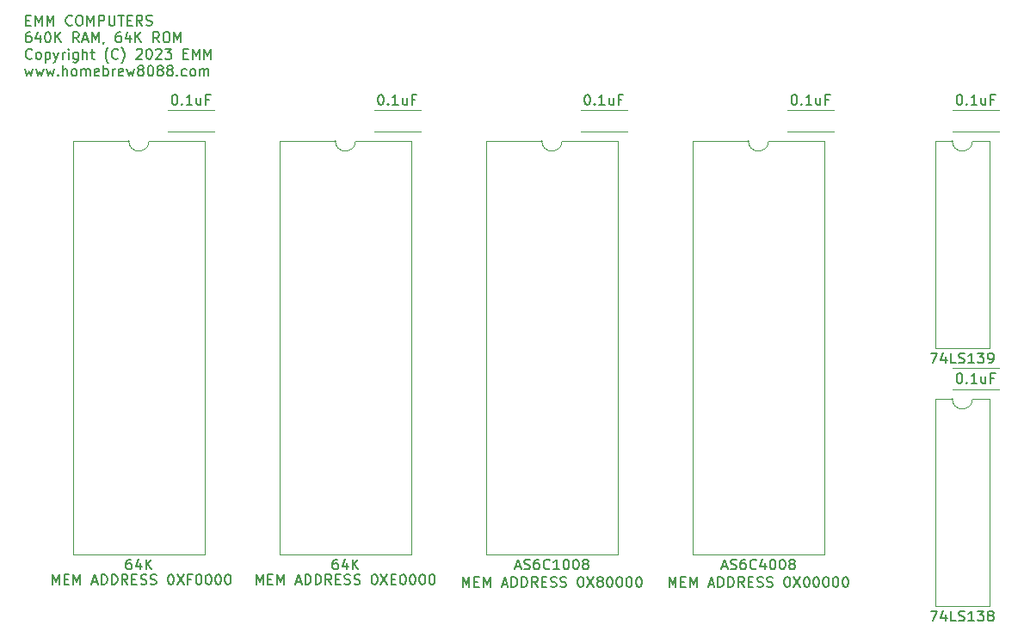
<source format=gbr>
G04 #@! TF.GenerationSoftware,KiCad,Pcbnew,(5.1.8)-1*
G04 #@! TF.CreationDate,2023-02-21T10:27:52-07:00*
G04 #@! TF.ProjectId,64K 640K ISA,36344b20-3634-4304-9b20-4953412e6b69,rev?*
G04 #@! TF.SameCoordinates,Original*
G04 #@! TF.FileFunction,Legend,Top*
G04 #@! TF.FilePolarity,Positive*
%FSLAX46Y46*%
G04 Gerber Fmt 4.6, Leading zero omitted, Abs format (unit mm)*
G04 Created by KiCad (PCBNEW (5.1.8)-1) date 2023-02-21 10:27:52*
%MOMM*%
%LPD*%
G01*
G04 APERTURE LIST*
%ADD10C,0.150000*%
%ADD11C,0.120000*%
G04 APERTURE END LIST*
D10*
X106038475Y-116250980D02*
X106038475Y-115250980D01*
X106371808Y-115965266D01*
X106705141Y-115250980D01*
X106705141Y-116250980D01*
X107181332Y-115727171D02*
X107514665Y-115727171D01*
X107657522Y-116250980D02*
X107181332Y-116250980D01*
X107181332Y-115250980D01*
X107657522Y-115250980D01*
X108086094Y-116250980D02*
X108086094Y-115250980D01*
X108419427Y-115965266D01*
X108752760Y-115250980D01*
X108752760Y-116250980D01*
X109943237Y-115965266D02*
X110419427Y-115965266D01*
X109847999Y-116250980D02*
X110181332Y-115250980D01*
X110514665Y-116250980D01*
X110847999Y-116250980D02*
X110847999Y-115250980D01*
X111086094Y-115250980D01*
X111228951Y-115298600D01*
X111324189Y-115393838D01*
X111371808Y-115489076D01*
X111419427Y-115679552D01*
X111419427Y-115822409D01*
X111371808Y-116012885D01*
X111324189Y-116108123D01*
X111228951Y-116203361D01*
X111086094Y-116250980D01*
X110847999Y-116250980D01*
X111847999Y-116250980D02*
X111847999Y-115250980D01*
X112086094Y-115250980D01*
X112228951Y-115298600D01*
X112324189Y-115393838D01*
X112371808Y-115489076D01*
X112419427Y-115679552D01*
X112419427Y-115822409D01*
X112371808Y-116012885D01*
X112324189Y-116108123D01*
X112228951Y-116203361D01*
X112086094Y-116250980D01*
X111847999Y-116250980D01*
X113419427Y-116250980D02*
X113086094Y-115774790D01*
X112847999Y-116250980D02*
X112847999Y-115250980D01*
X113228951Y-115250980D01*
X113324189Y-115298600D01*
X113371808Y-115346219D01*
X113419427Y-115441457D01*
X113419427Y-115584314D01*
X113371808Y-115679552D01*
X113324189Y-115727171D01*
X113228951Y-115774790D01*
X112847999Y-115774790D01*
X113847999Y-115727171D02*
X114181332Y-115727171D01*
X114324189Y-116250980D02*
X113847999Y-116250980D01*
X113847999Y-115250980D01*
X114324189Y-115250980D01*
X114705141Y-116203361D02*
X114847999Y-116250980D01*
X115086094Y-116250980D01*
X115181332Y-116203361D01*
X115228951Y-116155742D01*
X115276570Y-116060504D01*
X115276570Y-115965266D01*
X115228951Y-115870028D01*
X115181332Y-115822409D01*
X115086094Y-115774790D01*
X114895618Y-115727171D01*
X114800380Y-115679552D01*
X114752760Y-115631933D01*
X114705141Y-115536695D01*
X114705141Y-115441457D01*
X114752760Y-115346219D01*
X114800380Y-115298600D01*
X114895618Y-115250980D01*
X115133713Y-115250980D01*
X115276570Y-115298600D01*
X115657522Y-116203361D02*
X115800380Y-116250980D01*
X116038475Y-116250980D01*
X116133713Y-116203361D01*
X116181332Y-116155742D01*
X116228951Y-116060504D01*
X116228951Y-115965266D01*
X116181332Y-115870028D01*
X116133713Y-115822409D01*
X116038475Y-115774790D01*
X115847999Y-115727171D01*
X115752760Y-115679552D01*
X115705141Y-115631933D01*
X115657522Y-115536695D01*
X115657522Y-115441457D01*
X115705141Y-115346219D01*
X115752760Y-115298600D01*
X115847999Y-115250980D01*
X116086094Y-115250980D01*
X116228951Y-115298600D01*
X117609903Y-115250980D02*
X117705141Y-115250980D01*
X117800380Y-115298600D01*
X117847999Y-115346219D01*
X117895618Y-115441457D01*
X117943237Y-115631933D01*
X117943237Y-115870028D01*
X117895618Y-116060504D01*
X117847999Y-116155742D01*
X117800380Y-116203361D01*
X117705141Y-116250980D01*
X117609903Y-116250980D01*
X117514665Y-116203361D01*
X117467046Y-116155742D01*
X117419427Y-116060504D01*
X117371808Y-115870028D01*
X117371808Y-115631933D01*
X117419427Y-115441457D01*
X117467046Y-115346219D01*
X117514665Y-115298600D01*
X117609903Y-115250980D01*
X118276570Y-115250980D02*
X118943237Y-116250980D01*
X118943237Y-115250980D02*
X118276570Y-116250980D01*
X119324189Y-115727171D02*
X119657522Y-115727171D01*
X119800380Y-116250980D02*
X119324189Y-116250980D01*
X119324189Y-115250980D01*
X119800380Y-115250980D01*
X120419427Y-115250980D02*
X120514665Y-115250980D01*
X120609903Y-115298600D01*
X120657522Y-115346219D01*
X120705141Y-115441457D01*
X120752760Y-115631933D01*
X120752760Y-115870028D01*
X120705141Y-116060504D01*
X120657522Y-116155742D01*
X120609903Y-116203361D01*
X120514665Y-116250980D01*
X120419427Y-116250980D01*
X120324189Y-116203361D01*
X120276570Y-116155742D01*
X120228951Y-116060504D01*
X120181332Y-115870028D01*
X120181332Y-115631933D01*
X120228951Y-115441457D01*
X120276570Y-115346219D01*
X120324189Y-115298600D01*
X120419427Y-115250980D01*
X121371808Y-115250980D02*
X121467046Y-115250980D01*
X121562284Y-115298600D01*
X121609903Y-115346219D01*
X121657522Y-115441457D01*
X121705141Y-115631933D01*
X121705141Y-115870028D01*
X121657522Y-116060504D01*
X121609903Y-116155742D01*
X121562284Y-116203361D01*
X121467046Y-116250980D01*
X121371808Y-116250980D01*
X121276570Y-116203361D01*
X121228951Y-116155742D01*
X121181332Y-116060504D01*
X121133713Y-115870028D01*
X121133713Y-115631933D01*
X121181332Y-115441457D01*
X121228951Y-115346219D01*
X121276570Y-115298600D01*
X121371808Y-115250980D01*
X122324189Y-115250980D02*
X122419427Y-115250980D01*
X122514665Y-115298600D01*
X122562284Y-115346219D01*
X122609903Y-115441457D01*
X122657522Y-115631933D01*
X122657522Y-115870028D01*
X122609903Y-116060504D01*
X122562284Y-116155742D01*
X122514665Y-116203361D01*
X122419427Y-116250980D01*
X122324189Y-116250980D01*
X122228951Y-116203361D01*
X122181332Y-116155742D01*
X122133713Y-116060504D01*
X122086094Y-115870028D01*
X122086094Y-115631933D01*
X122133713Y-115441457D01*
X122181332Y-115346219D01*
X122228951Y-115298600D01*
X122324189Y-115250980D01*
X123276570Y-115250980D02*
X123371808Y-115250980D01*
X123467046Y-115298600D01*
X123514665Y-115346219D01*
X123562284Y-115441457D01*
X123609903Y-115631933D01*
X123609903Y-115870028D01*
X123562284Y-116060504D01*
X123514665Y-116155742D01*
X123467046Y-116203361D01*
X123371808Y-116250980D01*
X123276570Y-116250980D01*
X123181332Y-116203361D01*
X123133713Y-116155742D01*
X123086094Y-116060504D01*
X123038475Y-115870028D01*
X123038475Y-115631933D01*
X123086094Y-115441457D01*
X123133713Y-115346219D01*
X123181332Y-115298600D01*
X123276570Y-115250980D01*
X126334665Y-116504980D02*
X126334665Y-115504980D01*
X126667999Y-116219266D01*
X127001332Y-115504980D01*
X127001332Y-116504980D01*
X127477522Y-115981171D02*
X127810856Y-115981171D01*
X127953713Y-116504980D02*
X127477522Y-116504980D01*
X127477522Y-115504980D01*
X127953713Y-115504980D01*
X128382284Y-116504980D02*
X128382284Y-115504980D01*
X128715618Y-116219266D01*
X129048951Y-115504980D01*
X129048951Y-116504980D01*
X130239427Y-116219266D02*
X130715618Y-116219266D01*
X130144189Y-116504980D02*
X130477522Y-115504980D01*
X130810856Y-116504980D01*
X131144189Y-116504980D02*
X131144189Y-115504980D01*
X131382284Y-115504980D01*
X131525141Y-115552600D01*
X131620380Y-115647838D01*
X131667999Y-115743076D01*
X131715618Y-115933552D01*
X131715618Y-116076409D01*
X131667999Y-116266885D01*
X131620380Y-116362123D01*
X131525141Y-116457361D01*
X131382284Y-116504980D01*
X131144189Y-116504980D01*
X132144189Y-116504980D02*
X132144189Y-115504980D01*
X132382284Y-115504980D01*
X132525141Y-115552600D01*
X132620380Y-115647838D01*
X132667999Y-115743076D01*
X132715618Y-115933552D01*
X132715618Y-116076409D01*
X132667999Y-116266885D01*
X132620380Y-116362123D01*
X132525141Y-116457361D01*
X132382284Y-116504980D01*
X132144189Y-116504980D01*
X133715618Y-116504980D02*
X133382284Y-116028790D01*
X133144189Y-116504980D02*
X133144189Y-115504980D01*
X133525141Y-115504980D01*
X133620380Y-115552600D01*
X133667999Y-115600219D01*
X133715618Y-115695457D01*
X133715618Y-115838314D01*
X133667999Y-115933552D01*
X133620380Y-115981171D01*
X133525141Y-116028790D01*
X133144189Y-116028790D01*
X134144189Y-115981171D02*
X134477522Y-115981171D01*
X134620380Y-116504980D02*
X134144189Y-116504980D01*
X134144189Y-115504980D01*
X134620380Y-115504980D01*
X135001332Y-116457361D02*
X135144189Y-116504980D01*
X135382284Y-116504980D01*
X135477522Y-116457361D01*
X135525141Y-116409742D01*
X135572760Y-116314504D01*
X135572760Y-116219266D01*
X135525141Y-116124028D01*
X135477522Y-116076409D01*
X135382284Y-116028790D01*
X135191808Y-115981171D01*
X135096570Y-115933552D01*
X135048951Y-115885933D01*
X135001332Y-115790695D01*
X135001332Y-115695457D01*
X135048951Y-115600219D01*
X135096570Y-115552600D01*
X135191808Y-115504980D01*
X135429903Y-115504980D01*
X135572760Y-115552600D01*
X135953713Y-116457361D02*
X136096570Y-116504980D01*
X136334665Y-116504980D01*
X136429903Y-116457361D01*
X136477522Y-116409742D01*
X136525141Y-116314504D01*
X136525141Y-116219266D01*
X136477522Y-116124028D01*
X136429903Y-116076409D01*
X136334665Y-116028790D01*
X136144189Y-115981171D01*
X136048951Y-115933552D01*
X136001332Y-115885933D01*
X135953713Y-115790695D01*
X135953713Y-115695457D01*
X136001332Y-115600219D01*
X136048951Y-115552600D01*
X136144189Y-115504980D01*
X136382284Y-115504980D01*
X136525141Y-115552600D01*
X137906094Y-115504980D02*
X138001332Y-115504980D01*
X138096570Y-115552600D01*
X138144189Y-115600219D01*
X138191808Y-115695457D01*
X138239427Y-115885933D01*
X138239427Y-116124028D01*
X138191808Y-116314504D01*
X138144189Y-116409742D01*
X138096570Y-116457361D01*
X138001332Y-116504980D01*
X137906094Y-116504980D01*
X137810856Y-116457361D01*
X137763237Y-116409742D01*
X137715618Y-116314504D01*
X137667999Y-116124028D01*
X137667999Y-115885933D01*
X137715618Y-115695457D01*
X137763237Y-115600219D01*
X137810856Y-115552600D01*
X137906094Y-115504980D01*
X138572760Y-115504980D02*
X139239427Y-116504980D01*
X139239427Y-115504980D02*
X138572760Y-116504980D01*
X139763237Y-115933552D02*
X139667999Y-115885933D01*
X139620380Y-115838314D01*
X139572760Y-115743076D01*
X139572760Y-115695457D01*
X139620380Y-115600219D01*
X139667999Y-115552600D01*
X139763237Y-115504980D01*
X139953713Y-115504980D01*
X140048951Y-115552600D01*
X140096570Y-115600219D01*
X140144189Y-115695457D01*
X140144189Y-115743076D01*
X140096570Y-115838314D01*
X140048951Y-115885933D01*
X139953713Y-115933552D01*
X139763237Y-115933552D01*
X139667999Y-115981171D01*
X139620380Y-116028790D01*
X139572760Y-116124028D01*
X139572760Y-116314504D01*
X139620380Y-116409742D01*
X139667999Y-116457361D01*
X139763237Y-116504980D01*
X139953713Y-116504980D01*
X140048951Y-116457361D01*
X140096570Y-116409742D01*
X140144189Y-116314504D01*
X140144189Y-116124028D01*
X140096570Y-116028790D01*
X140048951Y-115981171D01*
X139953713Y-115933552D01*
X140763237Y-115504980D02*
X140858475Y-115504980D01*
X140953713Y-115552600D01*
X141001332Y-115600219D01*
X141048951Y-115695457D01*
X141096570Y-115885933D01*
X141096570Y-116124028D01*
X141048951Y-116314504D01*
X141001332Y-116409742D01*
X140953713Y-116457361D01*
X140858475Y-116504980D01*
X140763237Y-116504980D01*
X140667999Y-116457361D01*
X140620380Y-116409742D01*
X140572760Y-116314504D01*
X140525141Y-116124028D01*
X140525141Y-115885933D01*
X140572760Y-115695457D01*
X140620380Y-115600219D01*
X140667999Y-115552600D01*
X140763237Y-115504980D01*
X141715618Y-115504980D02*
X141810856Y-115504980D01*
X141906094Y-115552600D01*
X141953713Y-115600219D01*
X142001332Y-115695457D01*
X142048951Y-115885933D01*
X142048951Y-116124028D01*
X142001332Y-116314504D01*
X141953713Y-116409742D01*
X141906094Y-116457361D01*
X141810856Y-116504980D01*
X141715618Y-116504980D01*
X141620380Y-116457361D01*
X141572760Y-116409742D01*
X141525141Y-116314504D01*
X141477522Y-116124028D01*
X141477522Y-115885933D01*
X141525141Y-115695457D01*
X141572760Y-115600219D01*
X141620380Y-115552600D01*
X141715618Y-115504980D01*
X142667999Y-115504980D02*
X142763237Y-115504980D01*
X142858475Y-115552600D01*
X142906094Y-115600219D01*
X142953713Y-115695457D01*
X143001332Y-115885933D01*
X143001332Y-116124028D01*
X142953713Y-116314504D01*
X142906094Y-116409742D01*
X142858475Y-116457361D01*
X142763237Y-116504980D01*
X142667999Y-116504980D01*
X142572760Y-116457361D01*
X142525141Y-116409742D01*
X142477522Y-116314504D01*
X142429903Y-116124028D01*
X142429903Y-115885933D01*
X142477522Y-115695457D01*
X142525141Y-115600219D01*
X142572760Y-115552600D01*
X142667999Y-115504980D01*
X143620380Y-115504980D02*
X143715618Y-115504980D01*
X143810856Y-115552600D01*
X143858475Y-115600219D01*
X143906094Y-115695457D01*
X143953713Y-115885933D01*
X143953713Y-116124028D01*
X143906094Y-116314504D01*
X143858475Y-116409742D01*
X143810856Y-116457361D01*
X143715618Y-116504980D01*
X143620380Y-116504980D01*
X143525141Y-116457361D01*
X143477522Y-116409742D01*
X143429903Y-116314504D01*
X143382284Y-116124028D01*
X143382284Y-115885933D01*
X143429903Y-115695457D01*
X143477522Y-115600219D01*
X143525141Y-115552600D01*
X143620380Y-115504980D01*
X146654665Y-116504980D02*
X146654665Y-115504980D01*
X146987999Y-116219266D01*
X147321332Y-115504980D01*
X147321332Y-116504980D01*
X147797522Y-115981171D02*
X148130856Y-115981171D01*
X148273713Y-116504980D02*
X147797522Y-116504980D01*
X147797522Y-115504980D01*
X148273713Y-115504980D01*
X148702284Y-116504980D02*
X148702284Y-115504980D01*
X149035618Y-116219266D01*
X149368951Y-115504980D01*
X149368951Y-116504980D01*
X150559427Y-116219266D02*
X151035618Y-116219266D01*
X150464189Y-116504980D02*
X150797522Y-115504980D01*
X151130856Y-116504980D01*
X151464189Y-116504980D02*
X151464189Y-115504980D01*
X151702284Y-115504980D01*
X151845141Y-115552600D01*
X151940380Y-115647838D01*
X151987999Y-115743076D01*
X152035618Y-115933552D01*
X152035618Y-116076409D01*
X151987999Y-116266885D01*
X151940380Y-116362123D01*
X151845141Y-116457361D01*
X151702284Y-116504980D01*
X151464189Y-116504980D01*
X152464189Y-116504980D02*
X152464189Y-115504980D01*
X152702284Y-115504980D01*
X152845141Y-115552600D01*
X152940380Y-115647838D01*
X152987999Y-115743076D01*
X153035618Y-115933552D01*
X153035618Y-116076409D01*
X152987999Y-116266885D01*
X152940380Y-116362123D01*
X152845141Y-116457361D01*
X152702284Y-116504980D01*
X152464189Y-116504980D01*
X154035618Y-116504980D02*
X153702284Y-116028790D01*
X153464189Y-116504980D02*
X153464189Y-115504980D01*
X153845141Y-115504980D01*
X153940380Y-115552600D01*
X153987999Y-115600219D01*
X154035618Y-115695457D01*
X154035618Y-115838314D01*
X153987999Y-115933552D01*
X153940380Y-115981171D01*
X153845141Y-116028790D01*
X153464189Y-116028790D01*
X154464189Y-115981171D02*
X154797522Y-115981171D01*
X154940380Y-116504980D02*
X154464189Y-116504980D01*
X154464189Y-115504980D01*
X154940380Y-115504980D01*
X155321332Y-116457361D02*
X155464189Y-116504980D01*
X155702284Y-116504980D01*
X155797522Y-116457361D01*
X155845141Y-116409742D01*
X155892760Y-116314504D01*
X155892760Y-116219266D01*
X155845141Y-116124028D01*
X155797522Y-116076409D01*
X155702284Y-116028790D01*
X155511808Y-115981171D01*
X155416570Y-115933552D01*
X155368951Y-115885933D01*
X155321332Y-115790695D01*
X155321332Y-115695457D01*
X155368951Y-115600219D01*
X155416570Y-115552600D01*
X155511808Y-115504980D01*
X155749903Y-115504980D01*
X155892760Y-115552600D01*
X156273713Y-116457361D02*
X156416570Y-116504980D01*
X156654665Y-116504980D01*
X156749903Y-116457361D01*
X156797522Y-116409742D01*
X156845141Y-116314504D01*
X156845141Y-116219266D01*
X156797522Y-116124028D01*
X156749903Y-116076409D01*
X156654665Y-116028790D01*
X156464189Y-115981171D01*
X156368951Y-115933552D01*
X156321332Y-115885933D01*
X156273713Y-115790695D01*
X156273713Y-115695457D01*
X156321332Y-115600219D01*
X156368951Y-115552600D01*
X156464189Y-115504980D01*
X156702284Y-115504980D01*
X156845141Y-115552600D01*
X158226094Y-115504980D02*
X158321332Y-115504980D01*
X158416570Y-115552600D01*
X158464189Y-115600219D01*
X158511808Y-115695457D01*
X158559427Y-115885933D01*
X158559427Y-116124028D01*
X158511808Y-116314504D01*
X158464189Y-116409742D01*
X158416570Y-116457361D01*
X158321332Y-116504980D01*
X158226094Y-116504980D01*
X158130856Y-116457361D01*
X158083237Y-116409742D01*
X158035618Y-116314504D01*
X157987999Y-116124028D01*
X157987999Y-115885933D01*
X158035618Y-115695457D01*
X158083237Y-115600219D01*
X158130856Y-115552600D01*
X158226094Y-115504980D01*
X158892760Y-115504980D02*
X159559427Y-116504980D01*
X159559427Y-115504980D02*
X158892760Y-116504980D01*
X160130856Y-115504980D02*
X160226094Y-115504980D01*
X160321332Y-115552600D01*
X160368951Y-115600219D01*
X160416570Y-115695457D01*
X160464189Y-115885933D01*
X160464189Y-116124028D01*
X160416570Y-116314504D01*
X160368951Y-116409742D01*
X160321332Y-116457361D01*
X160226094Y-116504980D01*
X160130856Y-116504980D01*
X160035618Y-116457361D01*
X159987999Y-116409742D01*
X159940380Y-116314504D01*
X159892760Y-116124028D01*
X159892760Y-115885933D01*
X159940380Y-115695457D01*
X159987999Y-115600219D01*
X160035618Y-115552600D01*
X160130856Y-115504980D01*
X161083237Y-115504980D02*
X161178475Y-115504980D01*
X161273713Y-115552600D01*
X161321332Y-115600219D01*
X161368951Y-115695457D01*
X161416570Y-115885933D01*
X161416570Y-116124028D01*
X161368951Y-116314504D01*
X161321332Y-116409742D01*
X161273713Y-116457361D01*
X161178475Y-116504980D01*
X161083237Y-116504980D01*
X160987999Y-116457361D01*
X160940380Y-116409742D01*
X160892760Y-116314504D01*
X160845141Y-116124028D01*
X160845141Y-115885933D01*
X160892760Y-115695457D01*
X160940380Y-115600219D01*
X160987999Y-115552600D01*
X161083237Y-115504980D01*
X162035618Y-115504980D02*
X162130856Y-115504980D01*
X162226094Y-115552600D01*
X162273713Y-115600219D01*
X162321332Y-115695457D01*
X162368951Y-115885933D01*
X162368951Y-116124028D01*
X162321332Y-116314504D01*
X162273713Y-116409742D01*
X162226094Y-116457361D01*
X162130856Y-116504980D01*
X162035618Y-116504980D01*
X161940380Y-116457361D01*
X161892760Y-116409742D01*
X161845141Y-116314504D01*
X161797522Y-116124028D01*
X161797522Y-115885933D01*
X161845141Y-115695457D01*
X161892760Y-115600219D01*
X161940380Y-115552600D01*
X162035618Y-115504980D01*
X162987999Y-115504980D02*
X163083237Y-115504980D01*
X163178475Y-115552600D01*
X163226094Y-115600219D01*
X163273713Y-115695457D01*
X163321332Y-115885933D01*
X163321332Y-116124028D01*
X163273713Y-116314504D01*
X163226094Y-116409742D01*
X163178475Y-116457361D01*
X163083237Y-116504980D01*
X162987999Y-116504980D01*
X162892760Y-116457361D01*
X162845141Y-116409742D01*
X162797522Y-116314504D01*
X162749903Y-116124028D01*
X162749903Y-115885933D01*
X162797522Y-115695457D01*
X162845141Y-115600219D01*
X162892760Y-115552600D01*
X162987999Y-115504980D01*
X163940380Y-115504980D02*
X164035618Y-115504980D01*
X164130856Y-115552600D01*
X164178475Y-115600219D01*
X164226094Y-115695457D01*
X164273713Y-115885933D01*
X164273713Y-116124028D01*
X164226094Y-116314504D01*
X164178475Y-116409742D01*
X164130856Y-116457361D01*
X164035618Y-116504980D01*
X163940380Y-116504980D01*
X163845141Y-116457361D01*
X163797522Y-116409742D01*
X163749903Y-116314504D01*
X163702284Y-116124028D01*
X163702284Y-115885933D01*
X163749903Y-115695457D01*
X163797522Y-115600219D01*
X163845141Y-115552600D01*
X163940380Y-115504980D01*
X85996284Y-116250980D02*
X85996284Y-115250980D01*
X86329618Y-115965266D01*
X86662951Y-115250980D01*
X86662951Y-116250980D01*
X87139141Y-115727171D02*
X87472475Y-115727171D01*
X87615332Y-116250980D02*
X87139141Y-116250980D01*
X87139141Y-115250980D01*
X87615332Y-115250980D01*
X88043903Y-116250980D02*
X88043903Y-115250980D01*
X88377237Y-115965266D01*
X88710570Y-115250980D01*
X88710570Y-116250980D01*
X89901046Y-115965266D02*
X90377237Y-115965266D01*
X89805808Y-116250980D02*
X90139141Y-115250980D01*
X90472475Y-116250980D01*
X90805808Y-116250980D02*
X90805808Y-115250980D01*
X91043903Y-115250980D01*
X91186760Y-115298600D01*
X91281999Y-115393838D01*
X91329618Y-115489076D01*
X91377237Y-115679552D01*
X91377237Y-115822409D01*
X91329618Y-116012885D01*
X91281999Y-116108123D01*
X91186760Y-116203361D01*
X91043903Y-116250980D01*
X90805808Y-116250980D01*
X91805808Y-116250980D02*
X91805808Y-115250980D01*
X92043903Y-115250980D01*
X92186760Y-115298600D01*
X92281999Y-115393838D01*
X92329618Y-115489076D01*
X92377237Y-115679552D01*
X92377237Y-115822409D01*
X92329618Y-116012885D01*
X92281999Y-116108123D01*
X92186760Y-116203361D01*
X92043903Y-116250980D01*
X91805808Y-116250980D01*
X93377237Y-116250980D02*
X93043903Y-115774790D01*
X92805808Y-116250980D02*
X92805808Y-115250980D01*
X93186760Y-115250980D01*
X93281999Y-115298600D01*
X93329618Y-115346219D01*
X93377237Y-115441457D01*
X93377237Y-115584314D01*
X93329618Y-115679552D01*
X93281999Y-115727171D01*
X93186760Y-115774790D01*
X92805808Y-115774790D01*
X93805808Y-115727171D02*
X94139141Y-115727171D01*
X94281999Y-116250980D02*
X93805808Y-116250980D01*
X93805808Y-115250980D01*
X94281999Y-115250980D01*
X94662951Y-116203361D02*
X94805808Y-116250980D01*
X95043903Y-116250980D01*
X95139141Y-116203361D01*
X95186760Y-116155742D01*
X95234380Y-116060504D01*
X95234380Y-115965266D01*
X95186760Y-115870028D01*
X95139141Y-115822409D01*
X95043903Y-115774790D01*
X94853427Y-115727171D01*
X94758189Y-115679552D01*
X94710570Y-115631933D01*
X94662951Y-115536695D01*
X94662951Y-115441457D01*
X94710570Y-115346219D01*
X94758189Y-115298600D01*
X94853427Y-115250980D01*
X95091522Y-115250980D01*
X95234380Y-115298600D01*
X95615332Y-116203361D02*
X95758189Y-116250980D01*
X95996284Y-116250980D01*
X96091522Y-116203361D01*
X96139141Y-116155742D01*
X96186760Y-116060504D01*
X96186760Y-115965266D01*
X96139141Y-115870028D01*
X96091522Y-115822409D01*
X95996284Y-115774790D01*
X95805808Y-115727171D01*
X95710570Y-115679552D01*
X95662951Y-115631933D01*
X95615332Y-115536695D01*
X95615332Y-115441457D01*
X95662951Y-115346219D01*
X95710570Y-115298600D01*
X95805808Y-115250980D01*
X96043903Y-115250980D01*
X96186760Y-115298600D01*
X97567713Y-115250980D02*
X97662951Y-115250980D01*
X97758189Y-115298600D01*
X97805808Y-115346219D01*
X97853427Y-115441457D01*
X97901046Y-115631933D01*
X97901046Y-115870028D01*
X97853427Y-116060504D01*
X97805808Y-116155742D01*
X97758189Y-116203361D01*
X97662951Y-116250980D01*
X97567713Y-116250980D01*
X97472475Y-116203361D01*
X97424856Y-116155742D01*
X97377237Y-116060504D01*
X97329618Y-115870028D01*
X97329618Y-115631933D01*
X97377237Y-115441457D01*
X97424856Y-115346219D01*
X97472475Y-115298600D01*
X97567713Y-115250980D01*
X98234380Y-115250980D02*
X98901046Y-116250980D01*
X98901046Y-115250980D02*
X98234380Y-116250980D01*
X99615332Y-115727171D02*
X99281999Y-115727171D01*
X99281999Y-116250980D02*
X99281999Y-115250980D01*
X99758189Y-115250980D01*
X100329618Y-115250980D02*
X100424856Y-115250980D01*
X100520094Y-115298600D01*
X100567713Y-115346219D01*
X100615332Y-115441457D01*
X100662951Y-115631933D01*
X100662951Y-115870028D01*
X100615332Y-116060504D01*
X100567713Y-116155742D01*
X100520094Y-116203361D01*
X100424856Y-116250980D01*
X100329618Y-116250980D01*
X100234380Y-116203361D01*
X100186760Y-116155742D01*
X100139141Y-116060504D01*
X100091522Y-115870028D01*
X100091522Y-115631933D01*
X100139141Y-115441457D01*
X100186760Y-115346219D01*
X100234380Y-115298600D01*
X100329618Y-115250980D01*
X101281999Y-115250980D02*
X101377237Y-115250980D01*
X101472475Y-115298600D01*
X101520094Y-115346219D01*
X101567713Y-115441457D01*
X101615332Y-115631933D01*
X101615332Y-115870028D01*
X101567713Y-116060504D01*
X101520094Y-116155742D01*
X101472475Y-116203361D01*
X101377237Y-116250980D01*
X101281999Y-116250980D01*
X101186760Y-116203361D01*
X101139141Y-116155742D01*
X101091522Y-116060504D01*
X101043903Y-115870028D01*
X101043903Y-115631933D01*
X101091522Y-115441457D01*
X101139141Y-115346219D01*
X101186760Y-115298600D01*
X101281999Y-115250980D01*
X102234380Y-115250980D02*
X102329618Y-115250980D01*
X102424856Y-115298600D01*
X102472475Y-115346219D01*
X102520094Y-115441457D01*
X102567713Y-115631933D01*
X102567713Y-115870028D01*
X102520094Y-116060504D01*
X102472475Y-116155742D01*
X102424856Y-116203361D01*
X102329618Y-116250980D01*
X102234380Y-116250980D01*
X102139141Y-116203361D01*
X102091522Y-116155742D01*
X102043903Y-116060504D01*
X101996284Y-115870028D01*
X101996284Y-115631933D01*
X102043903Y-115441457D01*
X102091522Y-115346219D01*
X102139141Y-115298600D01*
X102234380Y-115250980D01*
X103186760Y-115250980D02*
X103281999Y-115250980D01*
X103377237Y-115298600D01*
X103424856Y-115346219D01*
X103472475Y-115441457D01*
X103520094Y-115631933D01*
X103520094Y-115870028D01*
X103472475Y-116060504D01*
X103424856Y-116155742D01*
X103377237Y-116203361D01*
X103281999Y-116250980D01*
X103186760Y-116250980D01*
X103091522Y-116203361D01*
X103043903Y-116155742D01*
X102996284Y-116060504D01*
X102948665Y-115870028D01*
X102948665Y-115631933D01*
X102996284Y-115441457D01*
X103043903Y-115346219D01*
X103091522Y-115298600D01*
X103186760Y-115250980D01*
X83385975Y-60674171D02*
X83719308Y-60674171D01*
X83862165Y-61197980D02*
X83385975Y-61197980D01*
X83385975Y-60197980D01*
X83862165Y-60197980D01*
X84290737Y-61197980D02*
X84290737Y-60197980D01*
X84624070Y-60912266D01*
X84957403Y-60197980D01*
X84957403Y-61197980D01*
X85433594Y-61197980D02*
X85433594Y-60197980D01*
X85766927Y-60912266D01*
X86100260Y-60197980D01*
X86100260Y-61197980D01*
X87909784Y-61102742D02*
X87862165Y-61150361D01*
X87719308Y-61197980D01*
X87624070Y-61197980D01*
X87481213Y-61150361D01*
X87385975Y-61055123D01*
X87338356Y-60959885D01*
X87290737Y-60769409D01*
X87290737Y-60626552D01*
X87338356Y-60436076D01*
X87385975Y-60340838D01*
X87481213Y-60245600D01*
X87624070Y-60197980D01*
X87719308Y-60197980D01*
X87862165Y-60245600D01*
X87909784Y-60293219D01*
X88528832Y-60197980D02*
X88719308Y-60197980D01*
X88814546Y-60245600D01*
X88909784Y-60340838D01*
X88957403Y-60531314D01*
X88957403Y-60864647D01*
X88909784Y-61055123D01*
X88814546Y-61150361D01*
X88719308Y-61197980D01*
X88528832Y-61197980D01*
X88433594Y-61150361D01*
X88338356Y-61055123D01*
X88290737Y-60864647D01*
X88290737Y-60531314D01*
X88338356Y-60340838D01*
X88433594Y-60245600D01*
X88528832Y-60197980D01*
X89385975Y-61197980D02*
X89385975Y-60197980D01*
X89719308Y-60912266D01*
X90052641Y-60197980D01*
X90052641Y-61197980D01*
X90528832Y-61197980D02*
X90528832Y-60197980D01*
X90909784Y-60197980D01*
X91005022Y-60245600D01*
X91052641Y-60293219D01*
X91100260Y-60388457D01*
X91100260Y-60531314D01*
X91052641Y-60626552D01*
X91005022Y-60674171D01*
X90909784Y-60721790D01*
X90528832Y-60721790D01*
X91528832Y-60197980D02*
X91528832Y-61007504D01*
X91576451Y-61102742D01*
X91624070Y-61150361D01*
X91719308Y-61197980D01*
X91909784Y-61197980D01*
X92005022Y-61150361D01*
X92052641Y-61102742D01*
X92100260Y-61007504D01*
X92100260Y-60197980D01*
X92433594Y-60197980D02*
X93005022Y-60197980D01*
X92719308Y-61197980D02*
X92719308Y-60197980D01*
X93338356Y-60674171D02*
X93671689Y-60674171D01*
X93814546Y-61197980D02*
X93338356Y-61197980D01*
X93338356Y-60197980D01*
X93814546Y-60197980D01*
X94814546Y-61197980D02*
X94481213Y-60721790D01*
X94243118Y-61197980D02*
X94243118Y-60197980D01*
X94624070Y-60197980D01*
X94719308Y-60245600D01*
X94766927Y-60293219D01*
X94814546Y-60388457D01*
X94814546Y-60531314D01*
X94766927Y-60626552D01*
X94719308Y-60674171D01*
X94624070Y-60721790D01*
X94243118Y-60721790D01*
X95195499Y-61150361D02*
X95338356Y-61197980D01*
X95576451Y-61197980D01*
X95671689Y-61150361D01*
X95719308Y-61102742D01*
X95766927Y-61007504D01*
X95766927Y-60912266D01*
X95719308Y-60817028D01*
X95671689Y-60769409D01*
X95576451Y-60721790D01*
X95385975Y-60674171D01*
X95290737Y-60626552D01*
X95243118Y-60578933D01*
X95195499Y-60483695D01*
X95195499Y-60388457D01*
X95243118Y-60293219D01*
X95290737Y-60245600D01*
X95385975Y-60197980D01*
X95624070Y-60197980D01*
X95766927Y-60245600D01*
X83814546Y-61847980D02*
X83624070Y-61847980D01*
X83528832Y-61895600D01*
X83481213Y-61943219D01*
X83385975Y-62086076D01*
X83338356Y-62276552D01*
X83338356Y-62657504D01*
X83385975Y-62752742D01*
X83433594Y-62800361D01*
X83528832Y-62847980D01*
X83719308Y-62847980D01*
X83814546Y-62800361D01*
X83862165Y-62752742D01*
X83909784Y-62657504D01*
X83909784Y-62419409D01*
X83862165Y-62324171D01*
X83814546Y-62276552D01*
X83719308Y-62228933D01*
X83528832Y-62228933D01*
X83433594Y-62276552D01*
X83385975Y-62324171D01*
X83338356Y-62419409D01*
X84766927Y-62181314D02*
X84766927Y-62847980D01*
X84528832Y-61800361D02*
X84290737Y-62514647D01*
X84909784Y-62514647D01*
X85481213Y-61847980D02*
X85576451Y-61847980D01*
X85671689Y-61895600D01*
X85719308Y-61943219D01*
X85766927Y-62038457D01*
X85814546Y-62228933D01*
X85814546Y-62467028D01*
X85766927Y-62657504D01*
X85719308Y-62752742D01*
X85671689Y-62800361D01*
X85576451Y-62847980D01*
X85481213Y-62847980D01*
X85385975Y-62800361D01*
X85338356Y-62752742D01*
X85290737Y-62657504D01*
X85243118Y-62467028D01*
X85243118Y-62228933D01*
X85290737Y-62038457D01*
X85338356Y-61943219D01*
X85385975Y-61895600D01*
X85481213Y-61847980D01*
X86243118Y-62847980D02*
X86243118Y-61847980D01*
X86814546Y-62847980D02*
X86385975Y-62276552D01*
X86814546Y-61847980D02*
X86243118Y-62419409D01*
X88576451Y-62847980D02*
X88243118Y-62371790D01*
X88005022Y-62847980D02*
X88005022Y-61847980D01*
X88385975Y-61847980D01*
X88481213Y-61895600D01*
X88528832Y-61943219D01*
X88576451Y-62038457D01*
X88576451Y-62181314D01*
X88528832Y-62276552D01*
X88481213Y-62324171D01*
X88385975Y-62371790D01*
X88005022Y-62371790D01*
X88957403Y-62562266D02*
X89433594Y-62562266D01*
X88862165Y-62847980D02*
X89195499Y-61847980D01*
X89528832Y-62847980D01*
X89862165Y-62847980D02*
X89862165Y-61847980D01*
X90195499Y-62562266D01*
X90528832Y-61847980D01*
X90528832Y-62847980D01*
X91052641Y-62800361D02*
X91052641Y-62847980D01*
X91005022Y-62943219D01*
X90957403Y-62990838D01*
X92671689Y-61847980D02*
X92481213Y-61847980D01*
X92385975Y-61895600D01*
X92338356Y-61943219D01*
X92243118Y-62086076D01*
X92195499Y-62276552D01*
X92195499Y-62657504D01*
X92243118Y-62752742D01*
X92290737Y-62800361D01*
X92385975Y-62847980D01*
X92576451Y-62847980D01*
X92671689Y-62800361D01*
X92719308Y-62752742D01*
X92766927Y-62657504D01*
X92766927Y-62419409D01*
X92719308Y-62324171D01*
X92671689Y-62276552D01*
X92576451Y-62228933D01*
X92385975Y-62228933D01*
X92290737Y-62276552D01*
X92243118Y-62324171D01*
X92195499Y-62419409D01*
X93624070Y-62181314D02*
X93624070Y-62847980D01*
X93385975Y-61800361D02*
X93147880Y-62514647D01*
X93766927Y-62514647D01*
X94147880Y-62847980D02*
X94147880Y-61847980D01*
X94719308Y-62847980D02*
X94290737Y-62276552D01*
X94719308Y-61847980D02*
X94147880Y-62419409D01*
X96481213Y-62847980D02*
X96147880Y-62371790D01*
X95909784Y-62847980D02*
X95909784Y-61847980D01*
X96290737Y-61847980D01*
X96385975Y-61895600D01*
X96433594Y-61943219D01*
X96481213Y-62038457D01*
X96481213Y-62181314D01*
X96433594Y-62276552D01*
X96385975Y-62324171D01*
X96290737Y-62371790D01*
X95909784Y-62371790D01*
X97100260Y-61847980D02*
X97290737Y-61847980D01*
X97385975Y-61895600D01*
X97481213Y-61990838D01*
X97528832Y-62181314D01*
X97528832Y-62514647D01*
X97481213Y-62705123D01*
X97385975Y-62800361D01*
X97290737Y-62847980D01*
X97100260Y-62847980D01*
X97005022Y-62800361D01*
X96909784Y-62705123D01*
X96862165Y-62514647D01*
X96862165Y-62181314D01*
X96909784Y-61990838D01*
X97005022Y-61895600D01*
X97100260Y-61847980D01*
X97957403Y-62847980D02*
X97957403Y-61847980D01*
X98290737Y-62562266D01*
X98624070Y-61847980D01*
X98624070Y-62847980D01*
X83957403Y-64402742D02*
X83909784Y-64450361D01*
X83766927Y-64497980D01*
X83671689Y-64497980D01*
X83528832Y-64450361D01*
X83433594Y-64355123D01*
X83385975Y-64259885D01*
X83338356Y-64069409D01*
X83338356Y-63926552D01*
X83385975Y-63736076D01*
X83433594Y-63640838D01*
X83528832Y-63545600D01*
X83671689Y-63497980D01*
X83766927Y-63497980D01*
X83909784Y-63545600D01*
X83957403Y-63593219D01*
X84528832Y-64497980D02*
X84433594Y-64450361D01*
X84385975Y-64402742D01*
X84338356Y-64307504D01*
X84338356Y-64021790D01*
X84385975Y-63926552D01*
X84433594Y-63878933D01*
X84528832Y-63831314D01*
X84671689Y-63831314D01*
X84766927Y-63878933D01*
X84814546Y-63926552D01*
X84862165Y-64021790D01*
X84862165Y-64307504D01*
X84814546Y-64402742D01*
X84766927Y-64450361D01*
X84671689Y-64497980D01*
X84528832Y-64497980D01*
X85290737Y-63831314D02*
X85290737Y-64831314D01*
X85290737Y-63878933D02*
X85385975Y-63831314D01*
X85576451Y-63831314D01*
X85671689Y-63878933D01*
X85719308Y-63926552D01*
X85766927Y-64021790D01*
X85766927Y-64307504D01*
X85719308Y-64402742D01*
X85671689Y-64450361D01*
X85576451Y-64497980D01*
X85385975Y-64497980D01*
X85290737Y-64450361D01*
X86100260Y-63831314D02*
X86338356Y-64497980D01*
X86576451Y-63831314D02*
X86338356Y-64497980D01*
X86243118Y-64736076D01*
X86195499Y-64783695D01*
X86100260Y-64831314D01*
X86957403Y-64497980D02*
X86957403Y-63831314D01*
X86957403Y-64021790D02*
X87005022Y-63926552D01*
X87052641Y-63878933D01*
X87147880Y-63831314D01*
X87243118Y-63831314D01*
X87576451Y-64497980D02*
X87576451Y-63831314D01*
X87576451Y-63497980D02*
X87528832Y-63545600D01*
X87576451Y-63593219D01*
X87624070Y-63545600D01*
X87576451Y-63497980D01*
X87576451Y-63593219D01*
X88481213Y-63831314D02*
X88481213Y-64640838D01*
X88433594Y-64736076D01*
X88385975Y-64783695D01*
X88290737Y-64831314D01*
X88147880Y-64831314D01*
X88052641Y-64783695D01*
X88481213Y-64450361D02*
X88385975Y-64497980D01*
X88195499Y-64497980D01*
X88100260Y-64450361D01*
X88052641Y-64402742D01*
X88005022Y-64307504D01*
X88005022Y-64021790D01*
X88052641Y-63926552D01*
X88100260Y-63878933D01*
X88195499Y-63831314D01*
X88385975Y-63831314D01*
X88481213Y-63878933D01*
X88957403Y-64497980D02*
X88957403Y-63497980D01*
X89385975Y-64497980D02*
X89385975Y-63974171D01*
X89338356Y-63878933D01*
X89243118Y-63831314D01*
X89100260Y-63831314D01*
X89005022Y-63878933D01*
X88957403Y-63926552D01*
X89719308Y-63831314D02*
X90100260Y-63831314D01*
X89862165Y-63497980D02*
X89862165Y-64355123D01*
X89909784Y-64450361D01*
X90005022Y-64497980D01*
X90100260Y-64497980D01*
X91481213Y-64878933D02*
X91433594Y-64831314D01*
X91338356Y-64688457D01*
X91290737Y-64593219D01*
X91243118Y-64450361D01*
X91195499Y-64212266D01*
X91195499Y-64021790D01*
X91243118Y-63783695D01*
X91290737Y-63640838D01*
X91338356Y-63545600D01*
X91433594Y-63402742D01*
X91481213Y-63355123D01*
X92433594Y-64402742D02*
X92385975Y-64450361D01*
X92243118Y-64497980D01*
X92147880Y-64497980D01*
X92005022Y-64450361D01*
X91909784Y-64355123D01*
X91862165Y-64259885D01*
X91814546Y-64069409D01*
X91814546Y-63926552D01*
X91862165Y-63736076D01*
X91909784Y-63640838D01*
X92005022Y-63545600D01*
X92147880Y-63497980D01*
X92243118Y-63497980D01*
X92385975Y-63545600D01*
X92433594Y-63593219D01*
X92766927Y-64878933D02*
X92814546Y-64831314D01*
X92909784Y-64688457D01*
X92957403Y-64593219D01*
X93005022Y-64450361D01*
X93052641Y-64212266D01*
X93052641Y-64021790D01*
X93005022Y-63783695D01*
X92957403Y-63640838D01*
X92909784Y-63545600D01*
X92814546Y-63402742D01*
X92766927Y-63355123D01*
X94243118Y-63593219D02*
X94290737Y-63545600D01*
X94385975Y-63497980D01*
X94624070Y-63497980D01*
X94719308Y-63545600D01*
X94766927Y-63593219D01*
X94814546Y-63688457D01*
X94814546Y-63783695D01*
X94766927Y-63926552D01*
X94195499Y-64497980D01*
X94814546Y-64497980D01*
X95433594Y-63497980D02*
X95528832Y-63497980D01*
X95624070Y-63545600D01*
X95671689Y-63593219D01*
X95719308Y-63688457D01*
X95766927Y-63878933D01*
X95766927Y-64117028D01*
X95719308Y-64307504D01*
X95671689Y-64402742D01*
X95624070Y-64450361D01*
X95528832Y-64497980D01*
X95433594Y-64497980D01*
X95338356Y-64450361D01*
X95290737Y-64402742D01*
X95243118Y-64307504D01*
X95195499Y-64117028D01*
X95195499Y-63878933D01*
X95243118Y-63688457D01*
X95290737Y-63593219D01*
X95338356Y-63545600D01*
X95433594Y-63497980D01*
X96147880Y-63593219D02*
X96195499Y-63545600D01*
X96290737Y-63497980D01*
X96528832Y-63497980D01*
X96624070Y-63545600D01*
X96671689Y-63593219D01*
X96719308Y-63688457D01*
X96719308Y-63783695D01*
X96671689Y-63926552D01*
X96100260Y-64497980D01*
X96719308Y-64497980D01*
X97052641Y-63497980D02*
X97671689Y-63497980D01*
X97338356Y-63878933D01*
X97481213Y-63878933D01*
X97576451Y-63926552D01*
X97624070Y-63974171D01*
X97671689Y-64069409D01*
X97671689Y-64307504D01*
X97624070Y-64402742D01*
X97576451Y-64450361D01*
X97481213Y-64497980D01*
X97195499Y-64497980D01*
X97100260Y-64450361D01*
X97052641Y-64402742D01*
X98862165Y-63974171D02*
X99195499Y-63974171D01*
X99338356Y-64497980D02*
X98862165Y-64497980D01*
X98862165Y-63497980D01*
X99338356Y-63497980D01*
X99766927Y-64497980D02*
X99766927Y-63497980D01*
X100100260Y-64212266D01*
X100433594Y-63497980D01*
X100433594Y-64497980D01*
X100909784Y-64497980D02*
X100909784Y-63497980D01*
X101243118Y-64212266D01*
X101576451Y-63497980D01*
X101576451Y-64497980D01*
X83290737Y-65481314D02*
X83481213Y-66147980D01*
X83671689Y-65671790D01*
X83862165Y-66147980D01*
X84052641Y-65481314D01*
X84338356Y-65481314D02*
X84528832Y-66147980D01*
X84719308Y-65671790D01*
X84909784Y-66147980D01*
X85100260Y-65481314D01*
X85385975Y-65481314D02*
X85576451Y-66147980D01*
X85766927Y-65671790D01*
X85957403Y-66147980D01*
X86147880Y-65481314D01*
X86528832Y-66052742D02*
X86576451Y-66100361D01*
X86528832Y-66147980D01*
X86481213Y-66100361D01*
X86528832Y-66052742D01*
X86528832Y-66147980D01*
X87005022Y-66147980D02*
X87005022Y-65147980D01*
X87433594Y-66147980D02*
X87433594Y-65624171D01*
X87385975Y-65528933D01*
X87290737Y-65481314D01*
X87147880Y-65481314D01*
X87052641Y-65528933D01*
X87005022Y-65576552D01*
X88052641Y-66147980D02*
X87957403Y-66100361D01*
X87909784Y-66052742D01*
X87862165Y-65957504D01*
X87862165Y-65671790D01*
X87909784Y-65576552D01*
X87957403Y-65528933D01*
X88052641Y-65481314D01*
X88195499Y-65481314D01*
X88290737Y-65528933D01*
X88338356Y-65576552D01*
X88385975Y-65671790D01*
X88385975Y-65957504D01*
X88338356Y-66052742D01*
X88290737Y-66100361D01*
X88195499Y-66147980D01*
X88052641Y-66147980D01*
X88814546Y-66147980D02*
X88814546Y-65481314D01*
X88814546Y-65576552D02*
X88862165Y-65528933D01*
X88957403Y-65481314D01*
X89100260Y-65481314D01*
X89195499Y-65528933D01*
X89243118Y-65624171D01*
X89243118Y-66147980D01*
X89243118Y-65624171D02*
X89290737Y-65528933D01*
X89385975Y-65481314D01*
X89528832Y-65481314D01*
X89624070Y-65528933D01*
X89671689Y-65624171D01*
X89671689Y-66147980D01*
X90528832Y-66100361D02*
X90433594Y-66147980D01*
X90243118Y-66147980D01*
X90147880Y-66100361D01*
X90100260Y-66005123D01*
X90100260Y-65624171D01*
X90147880Y-65528933D01*
X90243118Y-65481314D01*
X90433594Y-65481314D01*
X90528832Y-65528933D01*
X90576451Y-65624171D01*
X90576451Y-65719409D01*
X90100260Y-65814647D01*
X91005022Y-66147980D02*
X91005022Y-65147980D01*
X91005022Y-65528933D02*
X91100260Y-65481314D01*
X91290737Y-65481314D01*
X91385975Y-65528933D01*
X91433594Y-65576552D01*
X91481213Y-65671790D01*
X91481213Y-65957504D01*
X91433594Y-66052742D01*
X91385975Y-66100361D01*
X91290737Y-66147980D01*
X91100260Y-66147980D01*
X91005022Y-66100361D01*
X91909784Y-66147980D02*
X91909784Y-65481314D01*
X91909784Y-65671790D02*
X91957403Y-65576552D01*
X92005022Y-65528933D01*
X92100260Y-65481314D01*
X92195499Y-65481314D01*
X92909784Y-66100361D02*
X92814546Y-66147980D01*
X92624070Y-66147980D01*
X92528832Y-66100361D01*
X92481213Y-66005123D01*
X92481213Y-65624171D01*
X92528832Y-65528933D01*
X92624070Y-65481314D01*
X92814546Y-65481314D01*
X92909784Y-65528933D01*
X92957403Y-65624171D01*
X92957403Y-65719409D01*
X92481213Y-65814647D01*
X93290737Y-65481314D02*
X93481213Y-66147980D01*
X93671689Y-65671790D01*
X93862165Y-66147980D01*
X94052641Y-65481314D01*
X94576451Y-65576552D02*
X94481213Y-65528933D01*
X94433594Y-65481314D01*
X94385975Y-65386076D01*
X94385975Y-65338457D01*
X94433594Y-65243219D01*
X94481213Y-65195600D01*
X94576451Y-65147980D01*
X94766927Y-65147980D01*
X94862165Y-65195600D01*
X94909784Y-65243219D01*
X94957403Y-65338457D01*
X94957403Y-65386076D01*
X94909784Y-65481314D01*
X94862165Y-65528933D01*
X94766927Y-65576552D01*
X94576451Y-65576552D01*
X94481213Y-65624171D01*
X94433594Y-65671790D01*
X94385975Y-65767028D01*
X94385975Y-65957504D01*
X94433594Y-66052742D01*
X94481213Y-66100361D01*
X94576451Y-66147980D01*
X94766927Y-66147980D01*
X94862165Y-66100361D01*
X94909784Y-66052742D01*
X94957403Y-65957504D01*
X94957403Y-65767028D01*
X94909784Y-65671790D01*
X94862165Y-65624171D01*
X94766927Y-65576552D01*
X95576451Y-65147980D02*
X95671689Y-65147980D01*
X95766927Y-65195600D01*
X95814546Y-65243219D01*
X95862165Y-65338457D01*
X95909784Y-65528933D01*
X95909784Y-65767028D01*
X95862165Y-65957504D01*
X95814546Y-66052742D01*
X95766927Y-66100361D01*
X95671689Y-66147980D01*
X95576451Y-66147980D01*
X95481213Y-66100361D01*
X95433594Y-66052742D01*
X95385975Y-65957504D01*
X95338356Y-65767028D01*
X95338356Y-65528933D01*
X95385975Y-65338457D01*
X95433594Y-65243219D01*
X95481213Y-65195600D01*
X95576451Y-65147980D01*
X96481213Y-65576552D02*
X96385975Y-65528933D01*
X96338356Y-65481314D01*
X96290737Y-65386076D01*
X96290737Y-65338457D01*
X96338356Y-65243219D01*
X96385975Y-65195600D01*
X96481213Y-65147980D01*
X96671689Y-65147980D01*
X96766927Y-65195600D01*
X96814546Y-65243219D01*
X96862165Y-65338457D01*
X96862165Y-65386076D01*
X96814546Y-65481314D01*
X96766927Y-65528933D01*
X96671689Y-65576552D01*
X96481213Y-65576552D01*
X96385975Y-65624171D01*
X96338356Y-65671790D01*
X96290737Y-65767028D01*
X96290737Y-65957504D01*
X96338356Y-66052742D01*
X96385975Y-66100361D01*
X96481213Y-66147980D01*
X96671689Y-66147980D01*
X96766927Y-66100361D01*
X96814546Y-66052742D01*
X96862165Y-65957504D01*
X96862165Y-65767028D01*
X96814546Y-65671790D01*
X96766927Y-65624171D01*
X96671689Y-65576552D01*
X97433594Y-65576552D02*
X97338356Y-65528933D01*
X97290737Y-65481314D01*
X97243118Y-65386076D01*
X97243118Y-65338457D01*
X97290737Y-65243219D01*
X97338356Y-65195600D01*
X97433594Y-65147980D01*
X97624070Y-65147980D01*
X97719308Y-65195600D01*
X97766927Y-65243219D01*
X97814546Y-65338457D01*
X97814546Y-65386076D01*
X97766927Y-65481314D01*
X97719308Y-65528933D01*
X97624070Y-65576552D01*
X97433594Y-65576552D01*
X97338356Y-65624171D01*
X97290737Y-65671790D01*
X97243118Y-65767028D01*
X97243118Y-65957504D01*
X97290737Y-66052742D01*
X97338356Y-66100361D01*
X97433594Y-66147980D01*
X97624070Y-66147980D01*
X97719308Y-66100361D01*
X97766927Y-66052742D01*
X97814546Y-65957504D01*
X97814546Y-65767028D01*
X97766927Y-65671790D01*
X97719308Y-65624171D01*
X97624070Y-65576552D01*
X98243118Y-66052742D02*
X98290737Y-66100361D01*
X98243118Y-66147980D01*
X98195499Y-66100361D01*
X98243118Y-66052742D01*
X98243118Y-66147980D01*
X99147880Y-66100361D02*
X99052641Y-66147980D01*
X98862165Y-66147980D01*
X98766927Y-66100361D01*
X98719308Y-66052742D01*
X98671689Y-65957504D01*
X98671689Y-65671790D01*
X98719308Y-65576552D01*
X98766927Y-65528933D01*
X98862165Y-65481314D01*
X99052641Y-65481314D01*
X99147880Y-65528933D01*
X99719308Y-66147980D02*
X99624070Y-66100361D01*
X99576451Y-66052742D01*
X99528832Y-65957504D01*
X99528832Y-65671790D01*
X99576451Y-65576552D01*
X99624070Y-65528933D01*
X99719308Y-65481314D01*
X99862165Y-65481314D01*
X99957403Y-65528933D01*
X100005022Y-65576552D01*
X100052641Y-65671790D01*
X100052641Y-65957504D01*
X100005022Y-66052742D01*
X99957403Y-66100361D01*
X99862165Y-66147980D01*
X99719308Y-66147980D01*
X100481213Y-66147980D02*
X100481213Y-65481314D01*
X100481213Y-65576552D02*
X100528832Y-65528933D01*
X100624070Y-65481314D01*
X100766927Y-65481314D01*
X100862165Y-65528933D01*
X100909784Y-65624171D01*
X100909784Y-66147980D01*
X100909784Y-65624171D02*
X100957403Y-65528933D01*
X101052641Y-65481314D01*
X101195499Y-65481314D01*
X101290737Y-65528933D01*
X101338356Y-65624171D01*
X101338356Y-66147980D01*
D11*
G04 #@! TO.C,C2*
X122190380Y-71641600D02*
X122190380Y-71656600D01*
X122190380Y-69516600D02*
X122190380Y-69531600D01*
X117650380Y-71641600D02*
X117650380Y-71656600D01*
X117650380Y-69516600D02*
X117650380Y-69531600D01*
X117650380Y-71656600D02*
X122190380Y-71656600D01*
X117650380Y-69516600D02*
X122190380Y-69516600D01*
G04 #@! TO.C,U2*
X121260380Y-72558600D02*
X115800380Y-72558600D01*
X121260380Y-113318600D02*
X121260380Y-72558600D01*
X108340380Y-113318600D02*
X121260380Y-113318600D01*
X108340380Y-72558600D02*
X108340380Y-113318600D01*
X113800380Y-72558600D02*
X108340380Y-72558600D01*
X115800380Y-72558600D02*
G75*
G02*
X113800380Y-72558600I-1000000J0D01*
G01*
G04 #@! TO.C,U1*
X93480380Y-72558600D02*
X88020380Y-72558600D01*
X88020380Y-72558600D02*
X88020380Y-113318600D01*
X88020380Y-113318600D02*
X100940380Y-113318600D01*
X100940380Y-113318600D02*
X100940380Y-72558600D01*
X100940380Y-72558600D02*
X95480380Y-72558600D01*
X95480380Y-72558600D02*
G75*
G02*
X93480380Y-72558600I-1000000J0D01*
G01*
G04 #@! TO.C,C1*
X97330380Y-69516600D02*
X101870380Y-69516600D01*
X97330380Y-71656600D02*
X101870380Y-71656600D01*
X97330380Y-69516600D02*
X97330380Y-69531600D01*
X97330380Y-71641600D02*
X97330380Y-71656600D01*
X101870380Y-69516600D02*
X101870380Y-69531600D01*
X101870380Y-71641600D02*
X101870380Y-71656600D01*
G04 #@! TO.C,U3*
X141580380Y-72558600D02*
X136120380Y-72558600D01*
X141580380Y-113318600D02*
X141580380Y-72558600D01*
X128660380Y-113318600D02*
X141580380Y-113318600D01*
X128660380Y-72558600D02*
X128660380Y-113318600D01*
X134120380Y-72558600D02*
X128660380Y-72558600D01*
X136120380Y-72558600D02*
G75*
G02*
X134120380Y-72558600I-1000000J0D01*
G01*
G04 #@! TO.C,U4*
X161900380Y-72558600D02*
X156440380Y-72558600D01*
X161900380Y-113318600D02*
X161900380Y-72558600D01*
X148980380Y-113318600D02*
X161900380Y-113318600D01*
X148980380Y-72558600D02*
X148980380Y-113318600D01*
X154440380Y-72558600D02*
X148980380Y-72558600D01*
X156440380Y-72558600D02*
G75*
G02*
X154440380Y-72558600I-1000000J0D01*
G01*
G04 #@! TO.C,C6*
X179086380Y-97041600D02*
X179086380Y-97056600D01*
X179086380Y-94916600D02*
X179086380Y-94931600D01*
X174546380Y-97041600D02*
X174546380Y-97056600D01*
X174546380Y-94916600D02*
X174546380Y-94931600D01*
X174546380Y-97056600D02*
X179086380Y-97056600D01*
X174546380Y-94916600D02*
X179086380Y-94916600D01*
G04 #@! TO.C,C3*
X142510380Y-71641600D02*
X142510380Y-71656600D01*
X142510380Y-69516600D02*
X142510380Y-69531600D01*
X137970380Y-71641600D02*
X137970380Y-71656600D01*
X137970380Y-69516600D02*
X137970380Y-69531600D01*
X137970380Y-71656600D02*
X142510380Y-71656600D01*
X137970380Y-69516600D02*
X142510380Y-69516600D01*
G04 #@! TO.C,U6*
X174506380Y-97958600D02*
X172856380Y-97958600D01*
X172856380Y-97958600D02*
X172856380Y-118398600D01*
X172856380Y-118398600D02*
X178156380Y-118398600D01*
X178156380Y-118398600D02*
X178156380Y-97958600D01*
X178156380Y-97958600D02*
X176506380Y-97958600D01*
X176506380Y-97958600D02*
G75*
G02*
X174506380Y-97958600I-1000000J0D01*
G01*
G04 #@! TO.C,U5*
X174506380Y-72558600D02*
X172856380Y-72558600D01*
X172856380Y-72558600D02*
X172856380Y-92998600D01*
X172856380Y-92998600D02*
X178156380Y-92998600D01*
X178156380Y-92998600D02*
X178156380Y-72558600D01*
X178156380Y-72558600D02*
X176506380Y-72558600D01*
X176506380Y-72558600D02*
G75*
G02*
X174506380Y-72558600I-1000000J0D01*
G01*
G04 #@! TO.C,C5*
X174546380Y-69516600D02*
X179086380Y-69516600D01*
X174546380Y-71656600D02*
X179086380Y-71656600D01*
X174546380Y-69516600D02*
X174546380Y-69531600D01*
X174546380Y-71641600D02*
X174546380Y-71656600D01*
X179086380Y-69516600D02*
X179086380Y-69531600D01*
X179086380Y-71641600D02*
X179086380Y-71656600D01*
G04 #@! TO.C,C4*
X158290380Y-69516600D02*
X162830380Y-69516600D01*
X158290380Y-71656600D02*
X162830380Y-71656600D01*
X158290380Y-69516600D02*
X158290380Y-69531600D01*
X158290380Y-71641600D02*
X158290380Y-71656600D01*
X162830380Y-69516600D02*
X162830380Y-69531600D01*
X162830380Y-71641600D02*
X162830380Y-71656600D01*
G04 #@! TO.C,C2*
D10*
X118237522Y-68006980D02*
X118332760Y-68006980D01*
X118427999Y-68054600D01*
X118475618Y-68102219D01*
X118523237Y-68197457D01*
X118570856Y-68387933D01*
X118570856Y-68626028D01*
X118523237Y-68816504D01*
X118475618Y-68911742D01*
X118427999Y-68959361D01*
X118332760Y-69006980D01*
X118237522Y-69006980D01*
X118142284Y-68959361D01*
X118094665Y-68911742D01*
X118047046Y-68816504D01*
X117999427Y-68626028D01*
X117999427Y-68387933D01*
X118047046Y-68197457D01*
X118094665Y-68102219D01*
X118142284Y-68054600D01*
X118237522Y-68006980D01*
X118999427Y-68911742D02*
X119047046Y-68959361D01*
X118999427Y-69006980D01*
X118951808Y-68959361D01*
X118999427Y-68911742D01*
X118999427Y-69006980D01*
X119999427Y-69006980D02*
X119427999Y-69006980D01*
X119713713Y-69006980D02*
X119713713Y-68006980D01*
X119618475Y-68149838D01*
X119523237Y-68245076D01*
X119427999Y-68292695D01*
X120856570Y-68340314D02*
X120856570Y-69006980D01*
X120427999Y-68340314D02*
X120427999Y-68864123D01*
X120475618Y-68959361D01*
X120570856Y-69006980D01*
X120713713Y-69006980D01*
X120808951Y-68959361D01*
X120856570Y-68911742D01*
X121666094Y-68483171D02*
X121332760Y-68483171D01*
X121332760Y-69006980D02*
X121332760Y-68006980D01*
X121808951Y-68006980D01*
G04 #@! TO.C,U2*
X114014665Y-113770980D02*
X113824189Y-113770980D01*
X113728951Y-113818600D01*
X113681332Y-113866219D01*
X113586094Y-114009076D01*
X113538475Y-114199552D01*
X113538475Y-114580504D01*
X113586094Y-114675742D01*
X113633713Y-114723361D01*
X113728951Y-114770980D01*
X113919427Y-114770980D01*
X114014665Y-114723361D01*
X114062284Y-114675742D01*
X114109903Y-114580504D01*
X114109903Y-114342409D01*
X114062284Y-114247171D01*
X114014665Y-114199552D01*
X113919427Y-114151933D01*
X113728951Y-114151933D01*
X113633713Y-114199552D01*
X113586094Y-114247171D01*
X113538475Y-114342409D01*
X114967046Y-114104314D02*
X114967046Y-114770980D01*
X114728951Y-113723361D02*
X114490856Y-114437647D01*
X115109903Y-114437647D01*
X115490856Y-114770980D02*
X115490856Y-113770980D01*
X116062284Y-114770980D02*
X115633713Y-114199552D01*
X116062284Y-113770980D02*
X115490856Y-114342409D01*
G04 #@! TO.C,U1*
X93694665Y-113770980D02*
X93504189Y-113770980D01*
X93408951Y-113818600D01*
X93361332Y-113866219D01*
X93266094Y-114009076D01*
X93218475Y-114199552D01*
X93218475Y-114580504D01*
X93266094Y-114675742D01*
X93313713Y-114723361D01*
X93408951Y-114770980D01*
X93599427Y-114770980D01*
X93694665Y-114723361D01*
X93742284Y-114675742D01*
X93789903Y-114580504D01*
X93789903Y-114342409D01*
X93742284Y-114247171D01*
X93694665Y-114199552D01*
X93599427Y-114151933D01*
X93408951Y-114151933D01*
X93313713Y-114199552D01*
X93266094Y-114247171D01*
X93218475Y-114342409D01*
X94647046Y-114104314D02*
X94647046Y-114770980D01*
X94408951Y-113723361D02*
X94170856Y-114437647D01*
X94789903Y-114437647D01*
X95170856Y-114770980D02*
X95170856Y-113770980D01*
X95742284Y-114770980D02*
X95313713Y-114199552D01*
X95742284Y-113770980D02*
X95170856Y-114342409D01*
G04 #@! TO.C,C1*
X97957522Y-68006980D02*
X98052760Y-68006980D01*
X98147999Y-68054600D01*
X98195618Y-68102219D01*
X98243237Y-68197457D01*
X98290856Y-68387933D01*
X98290856Y-68626028D01*
X98243237Y-68816504D01*
X98195618Y-68911742D01*
X98147999Y-68959361D01*
X98052760Y-69006980D01*
X97957522Y-69006980D01*
X97862284Y-68959361D01*
X97814665Y-68911742D01*
X97767046Y-68816504D01*
X97719427Y-68626028D01*
X97719427Y-68387933D01*
X97767046Y-68197457D01*
X97814665Y-68102219D01*
X97862284Y-68054600D01*
X97957522Y-68006980D01*
X98719427Y-68911742D02*
X98767046Y-68959361D01*
X98719427Y-69006980D01*
X98671808Y-68959361D01*
X98719427Y-68911742D01*
X98719427Y-69006980D01*
X99719427Y-69006980D02*
X99147999Y-69006980D01*
X99433713Y-69006980D02*
X99433713Y-68006980D01*
X99338475Y-68149838D01*
X99243237Y-68245076D01*
X99147999Y-68292695D01*
X100576570Y-68340314D02*
X100576570Y-69006980D01*
X100147999Y-68340314D02*
X100147999Y-68864123D01*
X100195618Y-68959361D01*
X100290856Y-69006980D01*
X100433713Y-69006980D01*
X100528951Y-68959361D01*
X100576570Y-68911742D01*
X101386094Y-68483171D02*
X101052760Y-68483171D01*
X101052760Y-69006980D02*
X101052760Y-68006980D01*
X101528951Y-68006980D01*
G04 #@! TO.C,U3*
X131525141Y-114485266D02*
X132001332Y-114485266D01*
X131429903Y-114770980D02*
X131763237Y-113770980D01*
X132096570Y-114770980D01*
X132382284Y-114723361D02*
X132525141Y-114770980D01*
X132763237Y-114770980D01*
X132858475Y-114723361D01*
X132906094Y-114675742D01*
X132953713Y-114580504D01*
X132953713Y-114485266D01*
X132906094Y-114390028D01*
X132858475Y-114342409D01*
X132763237Y-114294790D01*
X132572760Y-114247171D01*
X132477522Y-114199552D01*
X132429903Y-114151933D01*
X132382284Y-114056695D01*
X132382284Y-113961457D01*
X132429903Y-113866219D01*
X132477522Y-113818600D01*
X132572760Y-113770980D01*
X132810856Y-113770980D01*
X132953713Y-113818600D01*
X133810856Y-113770980D02*
X133620380Y-113770980D01*
X133525141Y-113818600D01*
X133477522Y-113866219D01*
X133382284Y-114009076D01*
X133334665Y-114199552D01*
X133334665Y-114580504D01*
X133382284Y-114675742D01*
X133429903Y-114723361D01*
X133525141Y-114770980D01*
X133715618Y-114770980D01*
X133810856Y-114723361D01*
X133858475Y-114675742D01*
X133906094Y-114580504D01*
X133906094Y-114342409D01*
X133858475Y-114247171D01*
X133810856Y-114199552D01*
X133715618Y-114151933D01*
X133525141Y-114151933D01*
X133429903Y-114199552D01*
X133382284Y-114247171D01*
X133334665Y-114342409D01*
X134906094Y-114675742D02*
X134858475Y-114723361D01*
X134715618Y-114770980D01*
X134620380Y-114770980D01*
X134477522Y-114723361D01*
X134382284Y-114628123D01*
X134334665Y-114532885D01*
X134287046Y-114342409D01*
X134287046Y-114199552D01*
X134334665Y-114009076D01*
X134382284Y-113913838D01*
X134477522Y-113818600D01*
X134620380Y-113770980D01*
X134715618Y-113770980D01*
X134858475Y-113818600D01*
X134906094Y-113866219D01*
X135858475Y-114770980D02*
X135287046Y-114770980D01*
X135572760Y-114770980D02*
X135572760Y-113770980D01*
X135477522Y-113913838D01*
X135382284Y-114009076D01*
X135287046Y-114056695D01*
X136477522Y-113770980D02*
X136572760Y-113770980D01*
X136667999Y-113818600D01*
X136715618Y-113866219D01*
X136763237Y-113961457D01*
X136810856Y-114151933D01*
X136810856Y-114390028D01*
X136763237Y-114580504D01*
X136715618Y-114675742D01*
X136667999Y-114723361D01*
X136572760Y-114770980D01*
X136477522Y-114770980D01*
X136382284Y-114723361D01*
X136334665Y-114675742D01*
X136287046Y-114580504D01*
X136239427Y-114390028D01*
X136239427Y-114151933D01*
X136287046Y-113961457D01*
X136334665Y-113866219D01*
X136382284Y-113818600D01*
X136477522Y-113770980D01*
X137429903Y-113770980D02*
X137525141Y-113770980D01*
X137620380Y-113818600D01*
X137667999Y-113866219D01*
X137715618Y-113961457D01*
X137763237Y-114151933D01*
X137763237Y-114390028D01*
X137715618Y-114580504D01*
X137667999Y-114675742D01*
X137620380Y-114723361D01*
X137525141Y-114770980D01*
X137429903Y-114770980D01*
X137334665Y-114723361D01*
X137287046Y-114675742D01*
X137239427Y-114580504D01*
X137191808Y-114390028D01*
X137191808Y-114151933D01*
X137239427Y-113961457D01*
X137287046Y-113866219D01*
X137334665Y-113818600D01*
X137429903Y-113770980D01*
X138334665Y-114199552D02*
X138239427Y-114151933D01*
X138191808Y-114104314D01*
X138144189Y-114009076D01*
X138144189Y-113961457D01*
X138191808Y-113866219D01*
X138239427Y-113818600D01*
X138334665Y-113770980D01*
X138525141Y-113770980D01*
X138620380Y-113818600D01*
X138667999Y-113866219D01*
X138715618Y-113961457D01*
X138715618Y-114009076D01*
X138667999Y-114104314D01*
X138620380Y-114151933D01*
X138525141Y-114199552D01*
X138334665Y-114199552D01*
X138239427Y-114247171D01*
X138191808Y-114294790D01*
X138144189Y-114390028D01*
X138144189Y-114580504D01*
X138191808Y-114675742D01*
X138239427Y-114723361D01*
X138334665Y-114770980D01*
X138525141Y-114770980D01*
X138620380Y-114723361D01*
X138667999Y-114675742D01*
X138715618Y-114580504D01*
X138715618Y-114390028D01*
X138667999Y-114294790D01*
X138620380Y-114247171D01*
X138525141Y-114199552D01*
G04 #@! TO.C,U4*
X151845141Y-114485266D02*
X152321332Y-114485266D01*
X151749903Y-114770980D02*
X152083237Y-113770980D01*
X152416570Y-114770980D01*
X152702284Y-114723361D02*
X152845141Y-114770980D01*
X153083237Y-114770980D01*
X153178475Y-114723361D01*
X153226094Y-114675742D01*
X153273713Y-114580504D01*
X153273713Y-114485266D01*
X153226094Y-114390028D01*
X153178475Y-114342409D01*
X153083237Y-114294790D01*
X152892760Y-114247171D01*
X152797522Y-114199552D01*
X152749903Y-114151933D01*
X152702284Y-114056695D01*
X152702284Y-113961457D01*
X152749903Y-113866219D01*
X152797522Y-113818600D01*
X152892760Y-113770980D01*
X153130856Y-113770980D01*
X153273713Y-113818600D01*
X154130856Y-113770980D02*
X153940380Y-113770980D01*
X153845141Y-113818600D01*
X153797522Y-113866219D01*
X153702284Y-114009076D01*
X153654665Y-114199552D01*
X153654665Y-114580504D01*
X153702284Y-114675742D01*
X153749903Y-114723361D01*
X153845141Y-114770980D01*
X154035618Y-114770980D01*
X154130856Y-114723361D01*
X154178475Y-114675742D01*
X154226094Y-114580504D01*
X154226094Y-114342409D01*
X154178475Y-114247171D01*
X154130856Y-114199552D01*
X154035618Y-114151933D01*
X153845141Y-114151933D01*
X153749903Y-114199552D01*
X153702284Y-114247171D01*
X153654665Y-114342409D01*
X155226094Y-114675742D02*
X155178475Y-114723361D01*
X155035618Y-114770980D01*
X154940380Y-114770980D01*
X154797522Y-114723361D01*
X154702284Y-114628123D01*
X154654665Y-114532885D01*
X154607046Y-114342409D01*
X154607046Y-114199552D01*
X154654665Y-114009076D01*
X154702284Y-113913838D01*
X154797522Y-113818600D01*
X154940380Y-113770980D01*
X155035618Y-113770980D01*
X155178475Y-113818600D01*
X155226094Y-113866219D01*
X156083237Y-114104314D02*
X156083237Y-114770980D01*
X155845141Y-113723361D02*
X155607046Y-114437647D01*
X156226094Y-114437647D01*
X156797522Y-113770980D02*
X156892760Y-113770980D01*
X156987999Y-113818600D01*
X157035618Y-113866219D01*
X157083237Y-113961457D01*
X157130856Y-114151933D01*
X157130856Y-114390028D01*
X157083237Y-114580504D01*
X157035618Y-114675742D01*
X156987999Y-114723361D01*
X156892760Y-114770980D01*
X156797522Y-114770980D01*
X156702284Y-114723361D01*
X156654665Y-114675742D01*
X156607046Y-114580504D01*
X156559427Y-114390028D01*
X156559427Y-114151933D01*
X156607046Y-113961457D01*
X156654665Y-113866219D01*
X156702284Y-113818600D01*
X156797522Y-113770980D01*
X157749903Y-113770980D02*
X157845141Y-113770980D01*
X157940380Y-113818600D01*
X157987999Y-113866219D01*
X158035618Y-113961457D01*
X158083237Y-114151933D01*
X158083237Y-114390028D01*
X158035618Y-114580504D01*
X157987999Y-114675742D01*
X157940380Y-114723361D01*
X157845141Y-114770980D01*
X157749903Y-114770980D01*
X157654665Y-114723361D01*
X157607046Y-114675742D01*
X157559427Y-114580504D01*
X157511808Y-114390028D01*
X157511808Y-114151933D01*
X157559427Y-113961457D01*
X157607046Y-113866219D01*
X157654665Y-113818600D01*
X157749903Y-113770980D01*
X158654665Y-114199552D02*
X158559427Y-114151933D01*
X158511808Y-114104314D01*
X158464189Y-114009076D01*
X158464189Y-113961457D01*
X158511808Y-113866219D01*
X158559427Y-113818600D01*
X158654665Y-113770980D01*
X158845141Y-113770980D01*
X158940380Y-113818600D01*
X158987999Y-113866219D01*
X159035618Y-113961457D01*
X159035618Y-114009076D01*
X158987999Y-114104314D01*
X158940380Y-114151933D01*
X158845141Y-114199552D01*
X158654665Y-114199552D01*
X158559427Y-114247171D01*
X158511808Y-114294790D01*
X158464189Y-114390028D01*
X158464189Y-114580504D01*
X158511808Y-114675742D01*
X158559427Y-114723361D01*
X158654665Y-114770980D01*
X158845141Y-114770980D01*
X158940380Y-114723361D01*
X158987999Y-114675742D01*
X159035618Y-114580504D01*
X159035618Y-114390028D01*
X158987999Y-114294790D01*
X158940380Y-114247171D01*
X158845141Y-114199552D01*
G04 #@! TO.C,C6*
X175173522Y-95438980D02*
X175268760Y-95438980D01*
X175363999Y-95486600D01*
X175411618Y-95534219D01*
X175459237Y-95629457D01*
X175506856Y-95819933D01*
X175506856Y-96058028D01*
X175459237Y-96248504D01*
X175411618Y-96343742D01*
X175363999Y-96391361D01*
X175268760Y-96438980D01*
X175173522Y-96438980D01*
X175078284Y-96391361D01*
X175030665Y-96343742D01*
X174983046Y-96248504D01*
X174935427Y-96058028D01*
X174935427Y-95819933D01*
X174983046Y-95629457D01*
X175030665Y-95534219D01*
X175078284Y-95486600D01*
X175173522Y-95438980D01*
X175935427Y-96343742D02*
X175983046Y-96391361D01*
X175935427Y-96438980D01*
X175887808Y-96391361D01*
X175935427Y-96343742D01*
X175935427Y-96438980D01*
X176935427Y-96438980D02*
X176363999Y-96438980D01*
X176649713Y-96438980D02*
X176649713Y-95438980D01*
X176554475Y-95581838D01*
X176459237Y-95677076D01*
X176363999Y-95724695D01*
X177792570Y-95772314D02*
X177792570Y-96438980D01*
X177363999Y-95772314D02*
X177363999Y-96296123D01*
X177411618Y-96391361D01*
X177506856Y-96438980D01*
X177649713Y-96438980D01*
X177744951Y-96391361D01*
X177792570Y-96343742D01*
X178602094Y-95915171D02*
X178268760Y-95915171D01*
X178268760Y-96438980D02*
X178268760Y-95438980D01*
X178744951Y-95438980D01*
G04 #@! TO.C,C3*
X138557522Y-68006980D02*
X138652760Y-68006980D01*
X138747999Y-68054600D01*
X138795618Y-68102219D01*
X138843237Y-68197457D01*
X138890856Y-68387933D01*
X138890856Y-68626028D01*
X138843237Y-68816504D01*
X138795618Y-68911742D01*
X138747999Y-68959361D01*
X138652760Y-69006980D01*
X138557522Y-69006980D01*
X138462284Y-68959361D01*
X138414665Y-68911742D01*
X138367046Y-68816504D01*
X138319427Y-68626028D01*
X138319427Y-68387933D01*
X138367046Y-68197457D01*
X138414665Y-68102219D01*
X138462284Y-68054600D01*
X138557522Y-68006980D01*
X139319427Y-68911742D02*
X139367046Y-68959361D01*
X139319427Y-69006980D01*
X139271808Y-68959361D01*
X139319427Y-68911742D01*
X139319427Y-69006980D01*
X140319427Y-69006980D02*
X139747999Y-69006980D01*
X140033713Y-69006980D02*
X140033713Y-68006980D01*
X139938475Y-68149838D01*
X139843237Y-68245076D01*
X139747999Y-68292695D01*
X141176570Y-68340314D02*
X141176570Y-69006980D01*
X140747999Y-68340314D02*
X140747999Y-68864123D01*
X140795618Y-68959361D01*
X140890856Y-69006980D01*
X141033713Y-69006980D01*
X141128951Y-68959361D01*
X141176570Y-68911742D01*
X141986094Y-68483171D02*
X141652760Y-68483171D01*
X141652760Y-69006980D02*
X141652760Y-68006980D01*
X142128951Y-68006980D01*
G04 #@! TO.C,U6*
X172387332Y-118850980D02*
X173053999Y-118850980D01*
X172625427Y-119850980D01*
X173863522Y-119184314D02*
X173863522Y-119850980D01*
X173625427Y-118803361D02*
X173387332Y-119517647D01*
X174006380Y-119517647D01*
X174863522Y-119850980D02*
X174387332Y-119850980D01*
X174387332Y-118850980D01*
X175149237Y-119803361D02*
X175292094Y-119850980D01*
X175530189Y-119850980D01*
X175625427Y-119803361D01*
X175673046Y-119755742D01*
X175720665Y-119660504D01*
X175720665Y-119565266D01*
X175673046Y-119470028D01*
X175625427Y-119422409D01*
X175530189Y-119374790D01*
X175339713Y-119327171D01*
X175244475Y-119279552D01*
X175196856Y-119231933D01*
X175149237Y-119136695D01*
X175149237Y-119041457D01*
X175196856Y-118946219D01*
X175244475Y-118898600D01*
X175339713Y-118850980D01*
X175577808Y-118850980D01*
X175720665Y-118898600D01*
X176673046Y-119850980D02*
X176101618Y-119850980D01*
X176387332Y-119850980D02*
X176387332Y-118850980D01*
X176292094Y-118993838D01*
X176196856Y-119089076D01*
X176101618Y-119136695D01*
X177006380Y-118850980D02*
X177625427Y-118850980D01*
X177292094Y-119231933D01*
X177434951Y-119231933D01*
X177530189Y-119279552D01*
X177577808Y-119327171D01*
X177625427Y-119422409D01*
X177625427Y-119660504D01*
X177577808Y-119755742D01*
X177530189Y-119803361D01*
X177434951Y-119850980D01*
X177149237Y-119850980D01*
X177053999Y-119803361D01*
X177006380Y-119755742D01*
X178196856Y-119279552D02*
X178101618Y-119231933D01*
X178053999Y-119184314D01*
X178006380Y-119089076D01*
X178006380Y-119041457D01*
X178053999Y-118946219D01*
X178101618Y-118898600D01*
X178196856Y-118850980D01*
X178387332Y-118850980D01*
X178482570Y-118898600D01*
X178530189Y-118946219D01*
X178577808Y-119041457D01*
X178577808Y-119089076D01*
X178530189Y-119184314D01*
X178482570Y-119231933D01*
X178387332Y-119279552D01*
X178196856Y-119279552D01*
X178101618Y-119327171D01*
X178053999Y-119374790D01*
X178006380Y-119470028D01*
X178006380Y-119660504D01*
X178053999Y-119755742D01*
X178101618Y-119803361D01*
X178196856Y-119850980D01*
X178387332Y-119850980D01*
X178482570Y-119803361D01*
X178530189Y-119755742D01*
X178577808Y-119660504D01*
X178577808Y-119470028D01*
X178530189Y-119374790D01*
X178482570Y-119327171D01*
X178387332Y-119279552D01*
G04 #@! TO.C,U5*
X172387332Y-93450980D02*
X173053999Y-93450980D01*
X172625427Y-94450980D01*
X173863522Y-93784314D02*
X173863522Y-94450980D01*
X173625427Y-93403361D02*
X173387332Y-94117647D01*
X174006380Y-94117647D01*
X174863522Y-94450980D02*
X174387332Y-94450980D01*
X174387332Y-93450980D01*
X175149237Y-94403361D02*
X175292094Y-94450980D01*
X175530189Y-94450980D01*
X175625427Y-94403361D01*
X175673046Y-94355742D01*
X175720665Y-94260504D01*
X175720665Y-94165266D01*
X175673046Y-94070028D01*
X175625427Y-94022409D01*
X175530189Y-93974790D01*
X175339713Y-93927171D01*
X175244475Y-93879552D01*
X175196856Y-93831933D01*
X175149237Y-93736695D01*
X175149237Y-93641457D01*
X175196856Y-93546219D01*
X175244475Y-93498600D01*
X175339713Y-93450980D01*
X175577808Y-93450980D01*
X175720665Y-93498600D01*
X176673046Y-94450980D02*
X176101618Y-94450980D01*
X176387332Y-94450980D02*
X176387332Y-93450980D01*
X176292094Y-93593838D01*
X176196856Y-93689076D01*
X176101618Y-93736695D01*
X177006380Y-93450980D02*
X177625427Y-93450980D01*
X177292094Y-93831933D01*
X177434951Y-93831933D01*
X177530189Y-93879552D01*
X177577808Y-93927171D01*
X177625427Y-94022409D01*
X177625427Y-94260504D01*
X177577808Y-94355742D01*
X177530189Y-94403361D01*
X177434951Y-94450980D01*
X177149237Y-94450980D01*
X177053999Y-94403361D01*
X177006380Y-94355742D01*
X178101618Y-94450980D02*
X178292094Y-94450980D01*
X178387332Y-94403361D01*
X178434951Y-94355742D01*
X178530189Y-94212885D01*
X178577808Y-94022409D01*
X178577808Y-93641457D01*
X178530189Y-93546219D01*
X178482570Y-93498600D01*
X178387332Y-93450980D01*
X178196856Y-93450980D01*
X178101618Y-93498600D01*
X178053999Y-93546219D01*
X178006380Y-93641457D01*
X178006380Y-93879552D01*
X178053999Y-93974790D01*
X178101618Y-94022409D01*
X178196856Y-94070028D01*
X178387332Y-94070028D01*
X178482570Y-94022409D01*
X178530189Y-93974790D01*
X178577808Y-93879552D01*
G04 #@! TO.C,C5*
X175173522Y-68006980D02*
X175268760Y-68006980D01*
X175363999Y-68054600D01*
X175411618Y-68102219D01*
X175459237Y-68197457D01*
X175506856Y-68387933D01*
X175506856Y-68626028D01*
X175459237Y-68816504D01*
X175411618Y-68911742D01*
X175363999Y-68959361D01*
X175268760Y-69006980D01*
X175173522Y-69006980D01*
X175078284Y-68959361D01*
X175030665Y-68911742D01*
X174983046Y-68816504D01*
X174935427Y-68626028D01*
X174935427Y-68387933D01*
X174983046Y-68197457D01*
X175030665Y-68102219D01*
X175078284Y-68054600D01*
X175173522Y-68006980D01*
X175935427Y-68911742D02*
X175983046Y-68959361D01*
X175935427Y-69006980D01*
X175887808Y-68959361D01*
X175935427Y-68911742D01*
X175935427Y-69006980D01*
X176935427Y-69006980D02*
X176363999Y-69006980D01*
X176649713Y-69006980D02*
X176649713Y-68006980D01*
X176554475Y-68149838D01*
X176459237Y-68245076D01*
X176363999Y-68292695D01*
X177792570Y-68340314D02*
X177792570Y-69006980D01*
X177363999Y-68340314D02*
X177363999Y-68864123D01*
X177411618Y-68959361D01*
X177506856Y-69006980D01*
X177649713Y-69006980D01*
X177744951Y-68959361D01*
X177792570Y-68911742D01*
X178602094Y-68483171D02*
X178268760Y-68483171D01*
X178268760Y-69006980D02*
X178268760Y-68006980D01*
X178744951Y-68006980D01*
G04 #@! TO.C,C4*
X158917522Y-68006980D02*
X159012760Y-68006980D01*
X159107999Y-68054600D01*
X159155618Y-68102219D01*
X159203237Y-68197457D01*
X159250856Y-68387933D01*
X159250856Y-68626028D01*
X159203237Y-68816504D01*
X159155618Y-68911742D01*
X159107999Y-68959361D01*
X159012760Y-69006980D01*
X158917522Y-69006980D01*
X158822284Y-68959361D01*
X158774665Y-68911742D01*
X158727046Y-68816504D01*
X158679427Y-68626028D01*
X158679427Y-68387933D01*
X158727046Y-68197457D01*
X158774665Y-68102219D01*
X158822284Y-68054600D01*
X158917522Y-68006980D01*
X159679427Y-68911742D02*
X159727046Y-68959361D01*
X159679427Y-69006980D01*
X159631808Y-68959361D01*
X159679427Y-68911742D01*
X159679427Y-69006980D01*
X160679427Y-69006980D02*
X160107999Y-69006980D01*
X160393713Y-69006980D02*
X160393713Y-68006980D01*
X160298475Y-68149838D01*
X160203237Y-68245076D01*
X160107999Y-68292695D01*
X161536570Y-68340314D02*
X161536570Y-69006980D01*
X161107999Y-68340314D02*
X161107999Y-68864123D01*
X161155618Y-68959361D01*
X161250856Y-69006980D01*
X161393713Y-69006980D01*
X161488951Y-68959361D01*
X161536570Y-68911742D01*
X162346094Y-68483171D02*
X162012760Y-68483171D01*
X162012760Y-69006980D02*
X162012760Y-68006980D01*
X162488951Y-68006980D01*
G04 #@! TO.C,*
G04 #@! TD*
M02*

</source>
